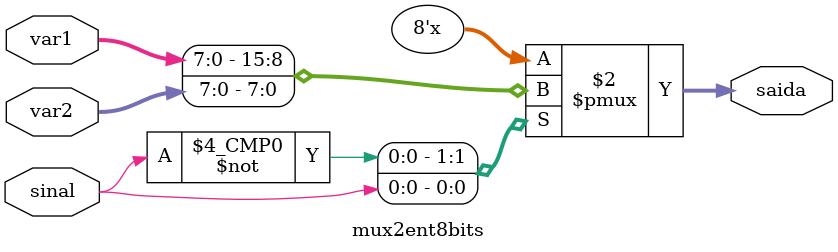
<source format=v>
module mux2ent8bits(var1, var2, sinal, saida);
input sinal;
input[7:0] var1, var2;
output reg[7:0] saida;

always @(*) begin
case(sinal)
1'b0: begin saida = var1; end
1'b1: begin saida = var2; end
endcase
end

endmodule

</source>
